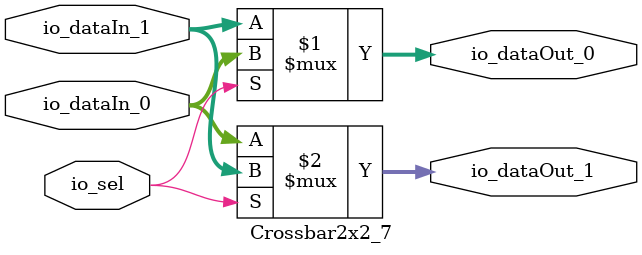
<source format=v>

`timescale 1ns/1ps

module MultiDirectionPE (
  input      [15:0]   io_dataTopIn,
  input      [15:0]   io_dataBottomIn,
  input      [15:0]   io_dataLeftIn,
  input      [15:0]   io_dataRightIn,
  output     [15:0]   io_dataTopOut,
  output     [15:0]   io_dataBottomOut,
  output     [15:0]   io_dataLeftOut,
  output     [15:0]   io_dataRightOut,
  input               io_controlLeftIn_valid,
  input      [1:0]    io_controlLeftIn_payload_MR,
  input      [4:0]    io_controlLeftIn_payload_CR_sel,
  input      [1:0]    io_controlLeftIn_payload_CR_dataflow,
  input      [6:0]    io_controlLeftIn_payload_CtR,
  input               io_controlRightIn_valid,
  input      [1:0]    io_controlRightIn_payload_MR,
  input      [4:0]    io_controlRightIn_payload_CR_sel,
  input      [1:0]    io_controlRightIn_payload_CR_dataflow,
  input      [6:0]    io_controlRightIn_payload_CtR,
  input               io_controlTopIn_valid,
  input      [1:0]    io_controlTopIn_payload_MR,
  input      [4:0]    io_controlTopIn_payload_CR_sel,
  input      [1:0]    io_controlTopIn_payload_CR_dataflow,
  input      [6:0]    io_controlTopIn_payload_CtR,
  input               io_controlBottomIn_valid,
  input      [1:0]    io_controlBottomIn_payload_MR,
  input      [4:0]    io_controlBottomIn_payload_CR_sel,
  input      [1:0]    io_controlBottomIn_payload_CR_dataflow,
  input      [6:0]    io_controlBottomIn_payload_CtR,
  output              io_controlLeftOut_valid,
  output     [1:0]    io_controlLeftOut_payload_MR,
  output     [4:0]    io_controlLeftOut_payload_CR_sel,
  output     [1:0]    io_controlLeftOut_payload_CR_dataflow,
  output     [6:0]    io_controlLeftOut_payload_CtR,
  output              io_controlRightOut_valid,
  output     [1:0]    io_controlRightOut_payload_MR,
  output     [4:0]    io_controlRightOut_payload_CR_sel,
  output     [1:0]    io_controlRightOut_payload_CR_dataflow,
  output     [6:0]    io_controlRightOut_payload_CtR,
  output              io_controlTopOut_valid,
  output     [1:0]    io_controlTopOut_payload_MR,
  output     [4:0]    io_controlTopOut_payload_CR_sel,
  output     [1:0]    io_controlTopOut_payload_CR_dataflow,
  output     [6:0]    io_controlTopOut_payload_CtR,
  output              io_controlBottomOut_valid,
  output     [1:0]    io_controlBottomOut_payload_MR,
  output     [4:0]    io_controlBottomOut_payload_CR_sel,
  output     [1:0]    io_controlBottomOut_payload_CR_dataflow,
  output     [6:0]    io_controlBottomOut_payload_CtR,
  input               clk,
  input               reset
);
  localparam DataFlowH_OS = 2'd0;
  localparam DataFlowH_WS = 2'd1;
  localparam DataFlowH_IS_1 = 2'd2;

  wire       [15:0]   macUnit_io_psum;
  wire       [15:0]   horizontalInputCrossbar_io_dataOut_0;
  wire       [15:0]   horizontalInputCrossbar_io_dataOut_1;
  wire       [15:0]   verticalInputCrossbar_io_dataOut_0;
  wire       [15:0]   verticalInputCrossbar_io_dataOut_1;
  wire       [15:0]   horizontalOutputCrossbar_io_dataOut_0;
  wire       [15:0]   horizontalOutputCrossbar_io_dataOut_1;
  wire       [15:0]   verticalOutputCrossbar_io_dataOut_0;
  wire       [15:0]   verticalOutputCrossbar_io_dataOut_1;
  wire       [15:0]   psumActivationInputCrossbar_io_dataOut_0;
  wire       [15:0]   psumActivationInputCrossbar_io_dataOut_1;
  wire       [15:0]   psumActivationOutputCrossbar_io_dataOut_0;
  wire       [15:0]   psumActivationOutputCrossbar_io_dataOut_1;
  wire       [15:0]   weightPsumCrossbar_io_dataOut_0;
  wire       [15:0]   weightPsumCrossbar_io_dataOut_1;
  wire       [15:0]   macUnit_io_result;
  wire       [15:0]   rightAngleCrossbar_io_dataOut_0;
  wire       [15:0]   rightAngleCrossbar_io_dataOut_1;
  wire       [1:0]    _zz_MRIn_1;
  wire       [1:0]    _zz_MRIn_2;
  wire       [1:0]    _zz_MRIn_3;
  wire       [1:0]    _zz_MRIn_4;
  wire       [1:0]    _zz_MRIn_5;
  wire       [1:0]    _zz_MRIn_6;
  wire       [1:0]    _zz_MRIn_7;
  wire       [0:0]    _zz_MRIn_8;
  wire       [1:0]    _zz_MRIn_9;
  wire       [1:0]    _zz_MRIn_10;
  wire       [1:0]    _zz_MRIn_11;
  wire       [0:0]    _zz_MRIn_12;
  wire       [1:0]    _zz_MRIn_13;
  wire       [1:0]    _zz_MRIn_14;
  wire       [1:0]    _zz_MRIn_15;
  wire       [0:0]    _zz_MRIn_16;
  wire       [1:0]    _zz_MRIn_17;
  wire       [1:0]    _zz_MRIn_18;
  wire       [1:0]    _zz_MRIn_19;
  wire       [0:0]    _zz_MRIn_20;
  wire       [6:0]    _zz_CtRIn_1;
  wire       [6:0]    _zz_CtRIn_2;
  wire       [6:0]    _zz_CtRIn_3;
  wire       [6:0]    _zz_CtRIn_4;
  wire       [6:0]    _zz_CtRIn_5;
  wire       [6:0]    _zz_CtRIn_6;
  wire       [6:0]    _zz_CtRIn_7;
  wire       [0:0]    _zz_CtRIn_8;
  wire       [6:0]    _zz_CtRIn_9;
  wire       [6:0]    _zz_CtRIn_10;
  wire       [6:0]    _zz_CtRIn_11;
  wire       [0:0]    _zz_CtRIn_12;
  wire       [6:0]    _zz_CtRIn_13;
  wire       [6:0]    _zz_CtRIn_14;
  wire       [6:0]    _zz_CtRIn_15;
  wire       [0:0]    _zz_CtRIn_16;
  wire       [6:0]    _zz_CtRIn_17;
  wire       [6:0]    _zz_CtRIn_18;
  wire       [6:0]    _zz_CtRIn_19;
  wire       [0:0]    _zz_CtRIn_20;
  wire       [6:0]    _zz_CtRInSubOne;
  wire       [6:0]    _zz__zz_CRIn_sel_1;
  wire       [6:0]    _zz__zz_CRIn_sel_1_1;
  wire       [6:0]    _zz__zz_CRIn_sel_1_2;
  wire       [6:0]    _zz__zz_CRIn_sel_1_3;
  wire       [6:0]    _zz__zz_CRIn_sel_1_4;
  wire       [6:0]    _zz__zz_CRIn_sel_1_5;
  wire       [6:0]    _zz__zz_CRIn_sel_1_6;
  wire       [0:0]    _zz__zz_CRIn_sel_1_7;
  wire       [6:0]    _zz__zz_CRIn_sel_1_8;
  wire       [6:0]    _zz__zz_CRIn_sel_1_9;
  wire       [6:0]    _zz__zz_CRIn_sel_1_10;
  wire       [0:0]    _zz__zz_CRIn_sel_1_11;
  wire       [6:0]    _zz__zz_CRIn_sel_1_12;
  wire       [6:0]    _zz__zz_CRIn_sel_1_13;
  wire       [6:0]    _zz__zz_CRIn_sel_1_14;
  wire       [0:0]    _zz__zz_CRIn_sel_1_15;
  wire       [6:0]    _zz__zz_CRIn_sel_1_16;
  wire       [6:0]    _zz__zz_CRIn_sel_1_17;
  wire       [6:0]    _zz__zz_CRIn_sel_1_18;
  wire       [0:0]    _zz__zz_CRIn_sel_1_19;
  wire       [15:0]   _zz_SDRIn_1;
  wire       [15:0]   _zz_SDRIn_2;
  wire       [15:0]   _zz_SDRIn_3;
  wire       [15:0]   _zz_SDRIn_4;
  wire       [15:0]   _zz_SDRIn_5;
  wire       [15:0]   _zz_SDRIn_6;
  wire       [15:0]   _zz_SDRIn_7;
  wire       [0:0]    _zz_SDRIn_8;
  wire       [15:0]   _zz_SDRIn_9;
  wire       [15:0]   _zz_SDRIn_10;
  wire       [15:0]   _zz_SDRIn_11;
  wire       [0:0]    _zz_SDRIn_12;
  wire       [15:0]   _zz_SDRIn_13;
  wire       [15:0]   _zz_SDRIn_14;
  wire       [15:0]   _zz_SDRIn_15;
  wire       [0:0]    _zz_SDRIn_16;
  wire       [15:0]   _zz_SDRIn_17;
  wire       [15:0]   _zz_SDRIn_18;
  wire       [15:0]   _zz_SDRIn_19;
  wire       [0:0]    _zz_SDRIn_20;
  wire       [15:0]   _zz_weightPsumReg;
  wire       [15:0]   _zz_io_psum;
  wire       [15:0]   _zz_results;
  wire       [0:0]    _zz_results_1;
  wire       [15:0]   _zz_weightPsumReg_1;
  wire       [0:0]    _zz_weightPsumReg_2;
  wire       [15:0]   _zz_verticalOutputReg0;
  wire       [15:0]   _zz_horizontalOutputReg0;
  wire       [15:0]   _zz_verticalOutputReg1;
  wire       [15:0]   _zz_horizontalOutputReg1;
  wire       [3:0]    _zz_MRIn;
  wire       [1:0]    MRIn;
  wire       [3:0]    _zz_CtRIn;
  wire       [6:0]    CtRIn;
  wire       [6:0]    CtRInSubOne;
  wire                CtRInEqZero;
  wire       [4:0]    CRIn_sel;
  wire       [1:0]    CRIn_dataflow;
  wire       [3:0]    _zz_CRIn_sel;
  wire       [6:0]    _zz_CRIn_sel_1;
  wire       [1:0]    _zz_CRIn_dataflow;
  wire       [3:0]    _zz_SDRIn;
  wire       [15:0]   SDRIn;
  wire       [3:0]    mode;
  wire       [1:0]    nxtMR;
  reg        [6:0]    CtR;
  wire                when_MultiDirectionPE_l110;
  wire       [4:0]    _zz_CR_sel;
  reg        [4:0]    CR_sel;
  reg        [1:0]    CR_dataflow;
  reg        [1:0]    MR;
  reg        [15:0]   weightPsumReg;
  wire                MREqThree;
  wire                dataFlowIsOs;
  wire       [4:0]    sel;
  reg                 leftReg;
  reg                 rightReg;
  reg                 topReg;
  reg                 bottomReg;
  wire                onlyMul;
  wire                horizontalInputSel;
  wire                horizontalOutputSel;
  wire                verticalInputSel;
  wire                verticalOutputSel;
  wire                psumDirectionSel;
  wire                rightAngleSel;
  wire       [15:0]   horizontalComputeData;
  wire       [15:0]   verticalComputeData;
  wire       [15:0]   horizontalPassData;
  wire       [15:0]   verticalPassData;
  wire       [15:0]   activationInput;
  wire       [15:0]   weightInput;
  wire       [15:0]   psumInput;
  wire       [15:0]   macLevel1CrossbarOut0;
  wire       [15:0]   macLevel1CrossbarOut1;
  wire       [15:0]   macLevel2CrossbarOut0;
  wire       [15:0]   macLevel2CrossbarOut1;
  wire       [15:0]   macLevel3CrossbarOut0;
  wire       [15:0]   macLevel3CrossbarOut1;
  wire       [15:0]   results;
  wire                when_MultiDirectionPE_l242;
  reg        [15:0]   verticalOutputReg0;
  reg        [15:0]   horizontalOutputReg0;
  reg        [15:0]   verticalOutputReg1;
  reg        [15:0]   horizontalOutputReg1;
  `ifndef SYNTHESIS
  reg [31:0] io_controlLeftIn_payload_CR_dataflow_string;
  reg [31:0] io_controlRightIn_payload_CR_dataflow_string;
  reg [31:0] io_controlTopIn_payload_CR_dataflow_string;
  reg [31:0] io_controlBottomIn_payload_CR_dataflow_string;
  reg [31:0] io_controlLeftOut_payload_CR_dataflow_string;
  reg [31:0] io_controlRightOut_payload_CR_dataflow_string;
  reg [31:0] io_controlTopOut_payload_CR_dataflow_string;
  reg [31:0] io_controlBottomOut_payload_CR_dataflow_string;
  reg [31:0] CRIn_dataflow_string;
  reg [31:0] _zz_CRIn_dataflow_string;
  reg [31:0] CR_dataflow_string;
  `endif


  assign _zz_MRIn_2 = (_zz_MRIn_3 | _zz_MRIn_13);
  assign _zz_MRIn_1 = _zz_MRIn_2;
  assign _zz_MRIn_4 = (_zz_MRIn_5 | _zz_MRIn_9);
  assign _zz_MRIn_3 = _zz_MRIn_4;
  assign _zz_MRIn_6 = (io_controlLeftIn_payload_MR & _zz_MRIn_7);
  assign _zz_MRIn_5 = _zz_MRIn_6;
  assign _zz_MRIn_8 = _zz_MRIn[0];
  assign _zz_MRIn_7 = {{1{_zz_MRIn_8[0]}}, _zz_MRIn_8};
  assign _zz_MRIn_10 = (io_controlRightIn_payload_MR & _zz_MRIn_11);
  assign _zz_MRIn_9 = _zz_MRIn_10;
  assign _zz_MRIn_12 = _zz_MRIn[1];
  assign _zz_MRIn_11 = {{1{_zz_MRIn_12[0]}}, _zz_MRIn_12};
  assign _zz_MRIn_14 = (io_controlTopIn_payload_MR & _zz_MRIn_15);
  assign _zz_MRIn_13 = _zz_MRIn_14;
  assign _zz_MRIn_16 = _zz_MRIn[2];
  assign _zz_MRIn_15 = {{1{_zz_MRIn_16[0]}}, _zz_MRIn_16};
  assign _zz_MRIn_18 = (io_controlBottomIn_payload_MR & _zz_MRIn_19);
  assign _zz_MRIn_17 = _zz_MRIn_18;
  assign _zz_MRIn_20 = _zz_MRIn[3];
  assign _zz_MRIn_19 = {{1{_zz_MRIn_20[0]}}, _zz_MRIn_20};
  assign _zz_CtRIn_2 = (_zz_CtRIn_3 | _zz_CtRIn_13);
  assign _zz_CtRIn_1 = _zz_CtRIn_2;
  assign _zz_CtRIn_4 = (_zz_CtRIn_5 | _zz_CtRIn_9);
  assign _zz_CtRIn_3 = _zz_CtRIn_4;
  assign _zz_CtRIn_6 = (io_controlLeftIn_payload_CtR & _zz_CtRIn_7);
  assign _zz_CtRIn_5 = _zz_CtRIn_6;
  assign _zz_CtRIn_8 = _zz_CtRIn[0];
  assign _zz_CtRIn_7 = {{6{_zz_CtRIn_8[0]}}, _zz_CtRIn_8};
  assign _zz_CtRIn_10 = (io_controlRightIn_payload_CtR & _zz_CtRIn_11);
  assign _zz_CtRIn_9 = _zz_CtRIn_10;
  assign _zz_CtRIn_12 = _zz_CtRIn[1];
  assign _zz_CtRIn_11 = {{6{_zz_CtRIn_12[0]}}, _zz_CtRIn_12};
  assign _zz_CtRIn_14 = (io_controlTopIn_payload_CtR & _zz_CtRIn_15);
  assign _zz_CtRIn_13 = _zz_CtRIn_14;
  assign _zz_CtRIn_16 = _zz_CtRIn[2];
  assign _zz_CtRIn_15 = {{6{_zz_CtRIn_16[0]}}, _zz_CtRIn_16};
  assign _zz_CtRIn_18 = (io_controlBottomIn_payload_CtR & _zz_CtRIn_19);
  assign _zz_CtRIn_17 = _zz_CtRIn_18;
  assign _zz_CtRIn_20 = _zz_CtRIn[3];
  assign _zz_CtRIn_19 = {{6{_zz_CtRIn_20[0]}}, _zz_CtRIn_20};
  assign _zz_CtRInSubOne = (CtRIn - 7'h01);
  assign _zz__zz_CRIn_sel_1_1 = (_zz__zz_CRIn_sel_1_2 | _zz__zz_CRIn_sel_1_12);
  assign _zz__zz_CRIn_sel_1 = _zz__zz_CRIn_sel_1_1;
  assign _zz__zz_CRIn_sel_1_3 = (_zz__zz_CRIn_sel_1_4 | _zz__zz_CRIn_sel_1_8);
  assign _zz__zz_CRIn_sel_1_2 = _zz__zz_CRIn_sel_1_3;
  assign _zz__zz_CRIn_sel_1_5 = ({io_controlLeftIn_payload_CR_dataflow,io_controlLeftIn_payload_CR_sel} & _zz__zz_CRIn_sel_1_6);
  assign _zz__zz_CRIn_sel_1_4 = _zz__zz_CRIn_sel_1_5;
  assign _zz__zz_CRIn_sel_1_7 = _zz_CRIn_sel[0];
  assign _zz__zz_CRIn_sel_1_6 = {{6{_zz__zz_CRIn_sel_1_7[0]}}, _zz__zz_CRIn_sel_1_7};
  assign _zz__zz_CRIn_sel_1_9 = ({io_controlRightIn_payload_CR_dataflow,io_controlRightIn_payload_CR_sel} & _zz__zz_CRIn_sel_1_10);
  assign _zz__zz_CRIn_sel_1_8 = _zz__zz_CRIn_sel_1_9;
  assign _zz__zz_CRIn_sel_1_11 = _zz_CRIn_sel[1];
  assign _zz__zz_CRIn_sel_1_10 = {{6{_zz__zz_CRIn_sel_1_11[0]}}, _zz__zz_CRIn_sel_1_11};
  assign _zz__zz_CRIn_sel_1_13 = ({io_controlTopIn_payload_CR_dataflow,io_controlTopIn_payload_CR_sel} & _zz__zz_CRIn_sel_1_14);
  assign _zz__zz_CRIn_sel_1_12 = _zz__zz_CRIn_sel_1_13;
  assign _zz__zz_CRIn_sel_1_15 = _zz_CRIn_sel[2];
  assign _zz__zz_CRIn_sel_1_14 = {{6{_zz__zz_CRIn_sel_1_15[0]}}, _zz__zz_CRIn_sel_1_15};
  assign _zz__zz_CRIn_sel_1_17 = ({io_controlBottomIn_payload_CR_dataflow,io_controlBottomIn_payload_CR_sel} & _zz__zz_CRIn_sel_1_18);
  assign _zz__zz_CRIn_sel_1_16 = _zz__zz_CRIn_sel_1_17;
  assign _zz__zz_CRIn_sel_1_19 = _zz_CRIn_sel[3];
  assign _zz__zz_CRIn_sel_1_18 = {{6{_zz__zz_CRIn_sel_1_19[0]}}, _zz__zz_CRIn_sel_1_19};
  assign _zz_SDRIn_2 = (_zz_SDRIn_3 | _zz_SDRIn_13);
  assign _zz_SDRIn_1 = _zz_SDRIn_2;
  assign _zz_SDRIn_4 = (_zz_SDRIn_5 | _zz_SDRIn_9);
  assign _zz_SDRIn_3 = _zz_SDRIn_4;
  assign _zz_SDRIn_6 = (io_dataLeftIn & _zz_SDRIn_7);
  assign _zz_SDRIn_5 = _zz_SDRIn_6;
  assign _zz_SDRIn_8 = _zz_SDRIn[0];
  assign _zz_SDRIn_7 = {{15{_zz_SDRIn_8[0]}}, _zz_SDRIn_8};
  assign _zz_SDRIn_10 = (io_dataRightIn & _zz_SDRIn_11);
  assign _zz_SDRIn_9 = _zz_SDRIn_10;
  assign _zz_SDRIn_12 = _zz_SDRIn[1];
  assign _zz_SDRIn_11 = {{15{_zz_SDRIn_12[0]}}, _zz_SDRIn_12};
  assign _zz_SDRIn_14 = (io_dataTopIn & _zz_SDRIn_15);
  assign _zz_SDRIn_13 = _zz_SDRIn_14;
  assign _zz_SDRIn_16 = _zz_SDRIn[2];
  assign _zz_SDRIn_15 = {{15{_zz_SDRIn_16[0]}}, _zz_SDRIn_16};
  assign _zz_SDRIn_18 = (io_dataBottomIn & _zz_SDRIn_19);
  assign _zz_SDRIn_17 = _zz_SDRIn_18;
  assign _zz_SDRIn_20 = _zz_SDRIn[3];
  assign _zz_SDRIn_19 = {{15{_zz_SDRIn_20[0]}}, _zz_SDRIn_20};
  assign _zz_weightPsumReg = 16'h0;
  assign _zz_io_psum = 16'h0;
  assign _zz_results_1 = dataFlowIsOs;
  assign _zz_results = {{15{_zz_results_1[0]}}, _zz_results_1};
  assign _zz_weightPsumReg_2 = (~ MREqThree);
  assign _zz_weightPsumReg_1 = {{15{_zz_weightPsumReg_2[0]}}, _zz_weightPsumReg_2};
  assign _zz_verticalOutputReg0 = 16'h0;
  assign _zz_horizontalOutputReg0 = 16'h0;
  assign _zz_verticalOutputReg1 = 16'h0;
  assign _zz_horizontalOutputReg1 = 16'h0;
  Crossbar2x2_7 horizontalInputCrossbar (
    .io_dataIn_0  (io_dataRightIn[15:0]                      ), //i
    .io_dataIn_1  (io_dataLeftIn[15:0]                       ), //i
    .io_dataOut_0 (horizontalInputCrossbar_io_dataOut_0[15:0]), //o
    .io_dataOut_1 (horizontalInputCrossbar_io_dataOut_1[15:0]), //o
    .io_sel       (horizontalInputSel                        )  //i
  );
  Crossbar2x2_7 verticalInputCrossbar (
    .io_dataIn_0  (io_dataBottomIn[15:0]                   ), //i
    .io_dataIn_1  (io_dataTopIn[15:0]                      ), //i
    .io_dataOut_0 (verticalInputCrossbar_io_dataOut_0[15:0]), //o
    .io_dataOut_1 (verticalInputCrossbar_io_dataOut_1[15:0]), //o
    .io_sel       (verticalInputSel                        )  //i
  );
  Crossbar2x2_7 horizontalOutputCrossbar (
    .io_dataIn_0  (horizontalOutputReg0[15:0]                 ), //i
    .io_dataIn_1  (horizontalOutputReg1[15:0]                 ), //i
    .io_dataOut_0 (horizontalOutputCrossbar_io_dataOut_0[15:0]), //o
    .io_dataOut_1 (horizontalOutputCrossbar_io_dataOut_1[15:0]), //o
    .io_sel       (horizontalOutputSel                        )  //i
  );
  Crossbar2x2_7 verticalOutputCrossbar (
    .io_dataIn_0  (verticalOutputReg0[15:0]                 ), //i
    .io_dataIn_1  (verticalOutputReg1[15:0]                 ), //i
    .io_dataOut_0 (verticalOutputCrossbar_io_dataOut_0[15:0]), //o
    .io_dataOut_1 (verticalOutputCrossbar_io_dataOut_1[15:0]), //o
    .io_sel       (verticalOutputSel                        )  //i
  );
  Crossbar2x2_7 psumActivationInputCrossbar (
    .io_dataIn_0  (verticalComputeData[15:0]                     ), //i
    .io_dataIn_1  (horizontalComputeData[15:0]                   ), //i
    .io_dataOut_0 (psumActivationInputCrossbar_io_dataOut_0[15:0]), //o
    .io_dataOut_1 (psumActivationInputCrossbar_io_dataOut_1[15:0]), //o
    .io_sel       (psumDirectionSel                              )  //i
  );
  Crossbar2x2_7 psumActivationOutputCrossbar (
    .io_dataIn_0  (activationInput[15:0]                          ), //i
    .io_dataIn_1  (macUnit_io_result[15:0]                        ), //i
    .io_dataOut_0 (psumActivationOutputCrossbar_io_dataOut_0[15:0]), //o
    .io_dataOut_1 (psumActivationOutputCrossbar_io_dataOut_1[15:0]), //o
    .io_sel       (psumDirectionSel                               )  //i
  );
  Crossbar2x2_7 weightPsumCrossbar (
    .io_dataIn_0  (macLevel1CrossbarOut1[15:0]          ), //i
    .io_dataIn_1  (weightPsumReg[15:0]                  ), //i
    .io_dataOut_0 (weightPsumCrossbar_io_dataOut_0[15:0]), //o
    .io_dataOut_1 (weightPsumCrossbar_io_dataOut_1[15:0]), //o
    .io_sel       (dataFlowIsOs                         )  //i
  );
  Mac macUnit (
    .io_psum            (macUnit_io_psum[15:0]  ), //i
    .io_weight          (weightInput[15:0]      ), //i
    .io_inputActivation (activationInput[15:0]  ), //i
    .io_result          (macUnit_io_result[15:0])  //o
  );
  Crossbar2x2_7 rightAngleCrossbar (
    .io_dataIn_0  (horizontalPassData[15:0]             ), //i
    .io_dataIn_1  (verticalPassData[15:0]               ), //i
    .io_dataOut_0 (rightAngleCrossbar_io_dataOut_0[15:0]), //o
    .io_dataOut_1 (rightAngleCrossbar_io_dataOut_1[15:0]), //o
    .io_sel       (rightAngleSel                        )  //i
  );
  `ifndef SYNTHESIS
  always @(*) begin
    case(io_controlLeftIn_payload_CR_dataflow)
      DataFlowH_OS : io_controlLeftIn_payload_CR_dataflow_string = "OS  ";
      DataFlowH_WS : io_controlLeftIn_payload_CR_dataflow_string = "WS  ";
      DataFlowH_IS_1 : io_controlLeftIn_payload_CR_dataflow_string = "IS_1";
      default : io_controlLeftIn_payload_CR_dataflow_string = "????";
    endcase
  end
  always @(*) begin
    case(io_controlRightIn_payload_CR_dataflow)
      DataFlowH_OS : io_controlRightIn_payload_CR_dataflow_string = "OS  ";
      DataFlowH_WS : io_controlRightIn_payload_CR_dataflow_string = "WS  ";
      DataFlowH_IS_1 : io_controlRightIn_payload_CR_dataflow_string = "IS_1";
      default : io_controlRightIn_payload_CR_dataflow_string = "????";
    endcase
  end
  always @(*) begin
    case(io_controlTopIn_payload_CR_dataflow)
      DataFlowH_OS : io_controlTopIn_payload_CR_dataflow_string = "OS  ";
      DataFlowH_WS : io_controlTopIn_payload_CR_dataflow_string = "WS  ";
      DataFlowH_IS_1 : io_controlTopIn_payload_CR_dataflow_string = "IS_1";
      default : io_controlTopIn_payload_CR_dataflow_string = "????";
    endcase
  end
  always @(*) begin
    case(io_controlBottomIn_payload_CR_dataflow)
      DataFlowH_OS : io_controlBottomIn_payload_CR_dataflow_string = "OS  ";
      DataFlowH_WS : io_controlBottomIn_payload_CR_dataflow_string = "WS  ";
      DataFlowH_IS_1 : io_controlBottomIn_payload_CR_dataflow_string = "IS_1";
      default : io_controlBottomIn_payload_CR_dataflow_string = "????";
    endcase
  end
  always @(*) begin
    case(io_controlLeftOut_payload_CR_dataflow)
      DataFlowH_OS : io_controlLeftOut_payload_CR_dataflow_string = "OS  ";
      DataFlowH_WS : io_controlLeftOut_payload_CR_dataflow_string = "WS  ";
      DataFlowH_IS_1 : io_controlLeftOut_payload_CR_dataflow_string = "IS_1";
      default : io_controlLeftOut_payload_CR_dataflow_string = "????";
    endcase
  end
  always @(*) begin
    case(io_controlRightOut_payload_CR_dataflow)
      DataFlowH_OS : io_controlRightOut_payload_CR_dataflow_string = "OS  ";
      DataFlowH_WS : io_controlRightOut_payload_CR_dataflow_string = "WS  ";
      DataFlowH_IS_1 : io_controlRightOut_payload_CR_dataflow_string = "IS_1";
      default : io_controlRightOut_payload_CR_dataflow_string = "????";
    endcase
  end
  always @(*) begin
    case(io_controlTopOut_payload_CR_dataflow)
      DataFlowH_OS : io_controlTopOut_payload_CR_dataflow_string = "OS  ";
      DataFlowH_WS : io_controlTopOut_payload_CR_dataflow_string = "WS  ";
      DataFlowH_IS_1 : io_controlTopOut_payload_CR_dataflow_string = "IS_1";
      default : io_controlTopOut_payload_CR_dataflow_string = "????";
    endcase
  end
  always @(*) begin
    case(io_controlBottomOut_payload_CR_dataflow)
      DataFlowH_OS : io_controlBottomOut_payload_CR_dataflow_string = "OS  ";
      DataFlowH_WS : io_controlBottomOut_payload_CR_dataflow_string = "WS  ";
      DataFlowH_IS_1 : io_controlBottomOut_payload_CR_dataflow_string = "IS_1";
      default : io_controlBottomOut_payload_CR_dataflow_string = "????";
    endcase
  end
  always @(*) begin
    case(CRIn_dataflow)
      DataFlowH_OS : CRIn_dataflow_string = "OS  ";
      DataFlowH_WS : CRIn_dataflow_string = "WS  ";
      DataFlowH_IS_1 : CRIn_dataflow_string = "IS_1";
      default : CRIn_dataflow_string = "????";
    endcase
  end
  always @(*) begin
    case(_zz_CRIn_dataflow)
      DataFlowH_OS : _zz_CRIn_dataflow_string = "OS  ";
      DataFlowH_WS : _zz_CRIn_dataflow_string = "WS  ";
      DataFlowH_IS_1 : _zz_CRIn_dataflow_string = "IS_1";
      default : _zz_CRIn_dataflow_string = "????";
    endcase
  end
  always @(*) begin
    case(CR_dataflow)
      DataFlowH_OS : CR_dataflow_string = "OS  ";
      DataFlowH_WS : CR_dataflow_string = "WS  ";
      DataFlowH_IS_1 : CR_dataflow_string = "IS_1";
      default : CR_dataflow_string = "????";
    endcase
  end
  `endif

  assign _zz_MRIn = {io_controlBottomIn_valid,{io_controlTopIn_valid,{io_controlRightIn_valid,io_controlLeftIn_valid}}}; // @[BaseType.scala 299:24]
  assign MRIn = (_zz_MRIn_1 | _zz_MRIn_17); // @[BaseType.scala 299:24]
  assign _zz_CtRIn = {io_controlBottomIn_valid,{io_controlTopIn_valid,{io_controlRightIn_valid,io_controlLeftIn_valid}}}; // @[BaseType.scala 299:24]
  assign CtRIn = (_zz_CtRIn_1 | _zz_CtRIn_17); // @[BaseType.scala 299:24]
  assign CtRInSubOne = _zz_CtRInSubOne; // @[BaseType.scala 318:22]
  assign CtRInEqZero = (CtRIn == 7'h0); // @[BaseType.scala 305:24]
  assign _zz_CRIn_sel = {io_controlBottomIn_valid,{io_controlTopIn_valid,{io_controlRightIn_valid,io_controlLeftIn_valid}}}; // @[BaseType.scala 299:24]
  assign _zz_CRIn_sel_1 = (_zz__zz_CRIn_sel_1 | _zz__zz_CRIn_sel_1_16); // @[BaseType.scala 299:24]
  assign CRIn_sel = _zz_CRIn_sel_1[4 : 0]; // @[Bits.scala 133:56]
  assign _zz_CRIn_dataflow = _zz_CRIn_sel_1[6 : 5]; // @[Enum.scala 186:17]
  assign CRIn_dataflow = _zz_CRIn_dataflow; // @[Enum.scala 188:10]
  assign _zz_SDRIn = {io_controlBottomIn_valid,{io_controlTopIn_valid,{io_controlRightIn_valid,io_controlLeftIn_valid}}}; // @[BaseType.scala 299:24]
  assign SDRIn = (_zz_SDRIn_1 | _zz_SDRIn_17); // @[BaseType.scala 299:24]
  assign mode = (4'b0001 <<< MRIn); // @[BaseType.scala 299:24]
  assign nxtMR = {MRIn[1],(CtRInEqZero ? MRIn[1] : MRIn[0])}; // @[BaseType.scala 299:24]
  assign when_MultiDirectionPE_l110 = mode[1]; // @[BaseType.scala 305:24]
  assign _zz_CR_sel = 5'h0; // @[MultiDirectionPE.scala 21:11]
  assign MREqThree = (MR == 2'b11); // @[BaseType.scala 305:24]
  assign dataFlowIsOs = (CR_dataflow == DataFlowH_OS); // @[BaseType.scala 305:24]
  assign sel = ((MREqThree || (! mode[0])) ? 5'h0 : CR_sel); // @[Expression.scala 1420:25]
  assign io_controlLeftOut_valid = leftReg; // @[MultiDirectionPE.scala 139:19]
  assign io_controlLeftOut_payload_MR = MR; // @[MultiDirectionPE.scala 140:24]
  assign io_controlLeftOut_payload_CR_sel = CR_sel; // @[MultiDirectionPE.scala 142:24]
  assign io_controlLeftOut_payload_CR_dataflow = CR_dataflow; // @[MultiDirectionPE.scala 142:24]
  assign io_controlLeftOut_payload_CtR = CtR; // @[MultiDirectionPE.scala 143:25]
  assign io_controlRightOut_valid = rightReg; // @[MultiDirectionPE.scala 139:19]
  assign io_controlRightOut_payload_MR = MR; // @[MultiDirectionPE.scala 140:24]
  assign io_controlRightOut_payload_CR_sel = CR_sel; // @[MultiDirectionPE.scala 142:24]
  assign io_controlRightOut_payload_CR_dataflow = CR_dataflow; // @[MultiDirectionPE.scala 142:24]
  assign io_controlRightOut_payload_CtR = CtR; // @[MultiDirectionPE.scala 143:25]
  assign io_controlTopOut_valid = topReg; // @[MultiDirectionPE.scala 139:19]
  assign io_controlTopOut_payload_MR = MR; // @[MultiDirectionPE.scala 140:24]
  assign io_controlTopOut_payload_CR_sel = CR_sel; // @[MultiDirectionPE.scala 142:24]
  assign io_controlTopOut_payload_CR_dataflow = CR_dataflow; // @[MultiDirectionPE.scala 142:24]
  assign io_controlTopOut_payload_CtR = CtR; // @[MultiDirectionPE.scala 143:25]
  assign io_controlBottomOut_valid = bottomReg; // @[MultiDirectionPE.scala 139:19]
  assign io_controlBottomOut_payload_MR = MR; // @[MultiDirectionPE.scala 140:24]
  assign io_controlBottomOut_payload_CR_sel = CR_sel; // @[MultiDirectionPE.scala 142:24]
  assign io_controlBottomOut_payload_CR_dataflow = CR_dataflow; // @[MultiDirectionPE.scala 142:24]
  assign io_controlBottomOut_payload_CtR = CtR; // @[MultiDirectionPE.scala 143:25]
  assign onlyMul = sel[4]; // @[BaseType.scala 305:24]
  assign horizontalInputSel = sel[0]; // @[BaseType.scala 305:24]
  assign horizontalOutputSel = sel[0]; // @[BaseType.scala 305:24]
  assign verticalInputSel = sel[1]; // @[BaseType.scala 305:24]
  assign verticalOutputSel = sel[1]; // @[BaseType.scala 305:24]
  assign psumDirectionSel = sel[2]; // @[BaseType.scala 305:24]
  assign rightAngleSel = sel[3]; // @[BaseType.scala 305:24]
  assign horizontalPassData = horizontalInputCrossbar_io_dataOut_0; // @[MultiDirectionPE.scala 179:22]
  assign horizontalComputeData = horizontalInputCrossbar_io_dataOut_1; // @[MultiDirectionPE.scala 180:25]
  assign io_dataRightOut = horizontalOutputCrossbar_io_dataOut_0; // @[MultiDirectionPE.scala 183:19]
  assign io_dataLeftOut = horizontalOutputCrossbar_io_dataOut_1; // @[MultiDirectionPE.scala 184:18]
  assign verticalComputeData = verticalInputCrossbar_io_dataOut_0; // @[MultiDirectionPE.scala 188:23]
  assign verticalPassData = verticalInputCrossbar_io_dataOut_1; // @[MultiDirectionPE.scala 189:20]
  assign io_dataTopOut = verticalOutputCrossbar_io_dataOut_0; // @[MultiDirectionPE.scala 192:17]
  assign io_dataBottomOut = verticalOutputCrossbar_io_dataOut_1; // @[MultiDirectionPE.scala 193:20]
  assign macLevel1CrossbarOut0 = psumActivationInputCrossbar_io_dataOut_0; // @[MultiDirectionPE.scala 206:25]
  assign macLevel1CrossbarOut1 = psumActivationInputCrossbar_io_dataOut_1; // @[MultiDirectionPE.scala 207:25]
  assign macLevel2CrossbarOut0 = weightPsumCrossbar_io_dataOut_0; // @[MultiDirectionPE.scala 214:25]
  assign macLevel2CrossbarOut1 = weightPsumCrossbar_io_dataOut_1; // @[MultiDirectionPE.scala 215:25]
  assign weightInput = macLevel2CrossbarOut0; // @[MultiDirectionPE.scala 217:15]
  assign psumInput = macLevel2CrossbarOut1; // @[MultiDirectionPE.scala 218:13]
  assign activationInput = macLevel1CrossbarOut0; // @[MultiDirectionPE.scala 219:19]
  assign macUnit_io_psum = (onlyMul ? _zz_io_psum : psumInput); // @[MultiDirectionPE.scala 225:19]
  assign results = (_zz_results & macUnit_io_result); // @[BaseType.scala 299:24]
  assign when_MultiDirectionPE_l242 = (mode[2] == 1'b0); // @[BaseType.scala 305:24]
  assign macLevel3CrossbarOut0 = psumActivationOutputCrossbar_io_dataOut_0; // @[MultiDirectionPE.scala 256:25]
  assign macLevel3CrossbarOut1 = psumActivationOutputCrossbar_io_dataOut_1; // @[MultiDirectionPE.scala 257:25]
  always @(posedge clk or posedge reset) begin
    if(reset) begin
      CtR <= 7'h0; // @[Data.scala 400:33]
      CR_sel <= _zz_CR_sel; // @[Data.scala 400:33]
      CR_dataflow <= DataFlowH_OS; // @[Data.scala 400:33]
      MR <= 2'b00; // @[Data.scala 400:33]
      weightPsumReg <= _zz_weightPsumReg; // @[Data.scala 400:33]
      leftReg <= 1'b0; // @[Data.scala 400:33]
      rightReg <= 1'b0; // @[Data.scala 400:33]
      topReg <= 1'b0; // @[Data.scala 400:33]
      bottomReg <= 1'b0; // @[Data.scala 400:33]
      verticalOutputReg0 <= _zz_verticalOutputReg0; // @[Data.scala 400:33]
      horizontalOutputReg0 <= _zz_horizontalOutputReg0; // @[Data.scala 400:33]
      verticalOutputReg1 <= _zz_verticalOutputReg1; // @[Data.scala 400:33]
      horizontalOutputReg1 <= _zz_horizontalOutputReg1; // @[Data.scala 400:33]
    end else begin
      CtR <= CtRInSubOne; // @[Reg.scala 39:30]
      if(when_MultiDirectionPE_l110) begin
        CR_sel <= CRIn_sel; // @[MultiDirectionPE.scala 110:23]
        CR_dataflow <= CRIn_dataflow; // @[MultiDirectionPE.scala 110:23]
      end
      MR <= nxtMR; // @[Reg.scala 39:30]
      leftReg <= ((CtRInEqZero && mode[2]) ? io_controlLeftIn_valid : (io_controlRightIn_valid && (! CtRInEqZero))); // @[Reg.scala 39:30]
      rightReg <= ((CtRInEqZero && mode[2]) ? io_controlRightIn_valid : (io_controlLeftIn_valid && (! CtRInEqZero))); // @[Reg.scala 39:30]
      topReg <= ((CtRInEqZero && mode[2]) ? io_controlTopIn_valid : (io_controlBottomIn_valid && (! CtRInEqZero))); // @[Reg.scala 39:30]
      bottomReg <= ((CtRInEqZero && mode[2]) ? io_controlBottomIn_valid : (io_controlTopIn_valid && (! CtRInEqZero))); // @[Reg.scala 39:30]
      if(when_MultiDirectionPE_l242) begin
        weightPsumReg <= (mode[0] ? ((dataFlowIsOs ? results : weightPsumReg) & _zz_weightPsumReg_1) : SDRIn); // @[MultiDirectionPE.scala 243:19]
      end
      verticalOutputReg0 <= (dataFlowIsOs ? verticalComputeData : macLevel3CrossbarOut0); // @[Reg.scala 39:30]
      horizontalOutputReg0 <= (dataFlowIsOs ? horizontalComputeData : macLevel3CrossbarOut1); // @[Reg.scala 39:30]
      verticalOutputReg1 <= rightAngleCrossbar_io_dataOut_0; // @[Reg.scala 39:30]
      horizontalOutputReg1 <= rightAngleCrossbar_io_dataOut_1; // @[Reg.scala 39:30]
    end
  end


endmodule

//Crossbar2x2_7 replaced by Crossbar2x2_7

module Mac (
  input      [15:0]   io_psum,
  input      [15:0]   io_weight,
  input      [15:0]   io_inputActivation,
  output     [15:0]   io_result
);

  wire       [31:0]   _zz_io_result;
  wire       [31:0]   _zz_io_result_1;
  wire       [31:0]   _zz_io_result_2;

  assign _zz_io_result = ($signed(_zz_io_result_1) + $signed(_zz_io_result_2));
  assign _zz_io_result_1 = ($signed(io_inputActivation) * $signed(io_weight));
  assign _zz_io_result_2 = {{16{io_psum[15]}}, io_psum};
  assign io_result = _zz_io_result[15:0]; // @[Mac.scala 14:31]

endmodule

//Crossbar2x2_7 replaced by Crossbar2x2_7

//Crossbar2x2_7 replaced by Crossbar2x2_7

//Crossbar2x2_7 replaced by Crossbar2x2_7

//Crossbar2x2_7 replaced by Crossbar2x2_7

//Crossbar2x2_7 replaced by Crossbar2x2_7

//Crossbar2x2_7 replaced by Crossbar2x2_7

module Crossbar2x2_7 (
  input      [15:0]   io_dataIn_0,
  input      [15:0]   io_dataIn_1,
  output     [15:0]   io_dataOut_0,
  output     [15:0]   io_dataOut_1,
  input               io_sel
);


  assign io_dataOut_0 = (io_sel ? io_dataIn_0 : io_dataIn_1); // @[Crossbar2x2.scala 13:17]
  assign io_dataOut_1 = (io_sel ? io_dataIn_1 : io_dataIn_0); // @[Crossbar2x2.scala 14:17]

endmodule

</source>
